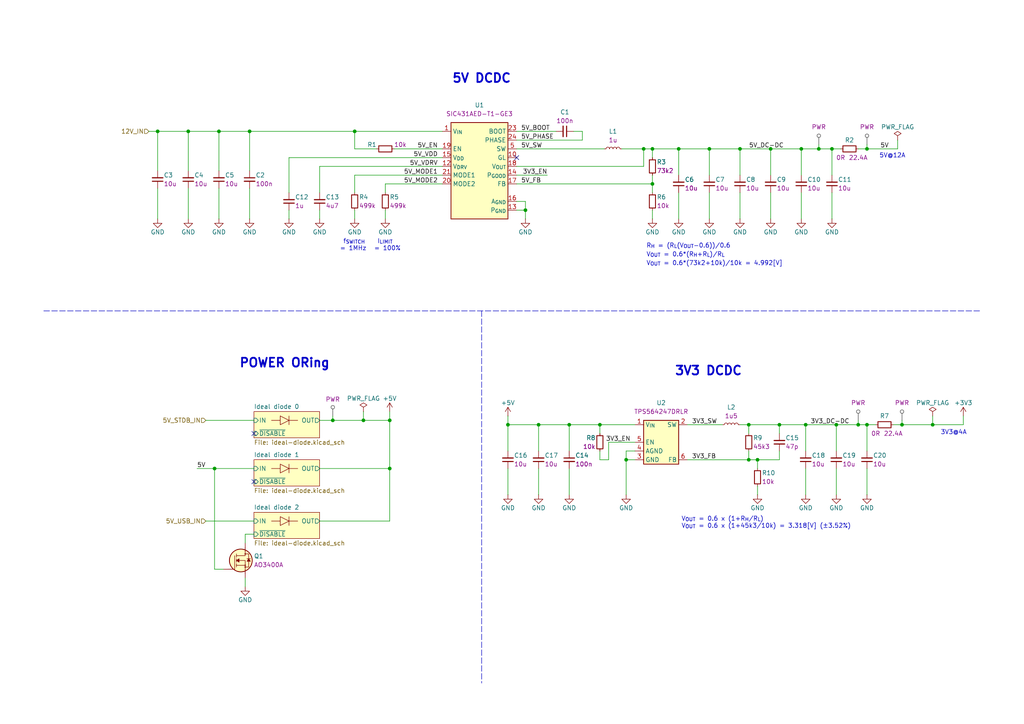
<source format=kicad_sch>
(kicad_sch (version 20250114) (generator "eeschema") (generator_version "9.0")
  (paper "A4")
  (title_block (title "ModuCard CM5 module") (date "2025-07-05") (rev "1.0.0") (company "KoNaR") (comment 1 "Project author: Dominik Pluta"))
  (text "POWER ORing" (at 82.55 105.41 0) (effects (font (size 2.54 2.54) (bold yes))))
  (text "3V3 DCDC" (at 205.486 107.696 0) (effects (font (size 2.54 2.54) (bold yes))))
  (text "V_{OUT} = 0.6 x (1+R_{H}/R_{L})\nV_{OUT} = 0.6 x (1+45k3/10k) = 3.318[V] (±3.52%)" (at 197.612 151.638 0) (effects (font (size 1.27 1.27)) (justify left)))
  (text "V_{OUT} = 0.6*(R_{H}+R_{L})/R_{L}\n" (at 187.452 74.676 0) (effects (font (size 1.27 1.27)) (justify left bottom)))
  (text " f_{SWITCH}\n= 1MHz" (at 98.552 72.898 0) (effects (font (size 1.27 1.27)) (justify left bottom)))
  (text "R_{H} = (R_{L}(V_{OUT}-0.6))/0.6\n" (at 187.452 72.136 0) (effects (font (size 1.27 1.27)) (justify left bottom)))
  (text "V_{OUT} = 0.6*(73k2+10k)/10k = 4.992[V]" (at 187.452 77.216 0) (effects (font (size 1.27 1.27)) (justify left bottom)))
  (text "5V DCDC" (at 139.7 22.86 0) (effects (font (size 2.54 2.54) (bold yes))))
  (text "3V3@4A\n" (at 272.796 126.238 0) (effects (font (size 1.27 1.27)) (justify left bottom)))
  (text "5V@12A\n" (at 255.016 45.974 0) (effects (font (size 1.27 1.27)) (justify left bottom)))
  (text " I_{LIMIT}\n= 100%" (exclude_from_sim yes) (at 108.458 72.898 0) (effects (font (size 1.27 1.27)) (justify left bottom)))
  (junction (at 196.85 43.18))
  (junction (at 165.1 123.19))
  (junction (at 181.61 133.35))
  (junction (at 152.4 60.96))
  (junction (at 223.52 43.18))
  (junction (at 242.57 123.19))
  (junction (at 54.61 38.1))
  (junction (at 156.21 123.19))
  (junction (at 261.62 123.19))
  (junction (at 189.23 53.34))
  (junction (at 237.49 43.18))
  (junction (at 113.03 121.92))
  (junction (at 186.69 43.18))
  (junction (at 226.06 123.19))
  (junction (at 248.92 123.19))
  (junction (at 217.17 123.19))
  (junction (at 233.68 123.19))
  (junction (at 251.46 123.19))
  (junction (at 241.3 43.18))
  (junction (at 217.17 133.35))
  (junction (at 102.87 38.1))
  (junction (at 270.51 123.19))
  (junction (at 232.41 43.18))
  (junction (at 96.52 121.92))
  (junction (at 214.63 43.18))
  (junction (at 173.99 123.19))
  (junction (at 205.74 43.18))
  (junction (at 251.46 43.18))
  (junction (at 45.72 38.1))
  (junction (at 63.5 38.1))
  (junction (at 189.23 43.18))
  (junction (at 147.32 123.19))
  (junction (at 72.39 38.1))
  (junction (at 219.71 133.35))
  (junction (at 62.23 135.89))
  (junction (at 113.03 135.89))
  (junction (at 105.41 121.92))
  (no_connect (at 149.86 45.72))
  (no_connect (at 73.66 125.73))
  (no_connect (at 73.66 139.7))
  (wire (pts (xy 261.62 123.19) (xy 270.51 123.19)))
  (wire (pts (xy 149.86 48.26) (xy 186.69 48.26)))
  (wire (pts (xy 152.4 60.96) (xy 152.4 63.5)))
  (wire (pts (xy 248.92 121.92) (xy 248.92 123.19)))
  (wire (pts (xy 57.15 135.89) (xy 62.23 135.89)))
  (wire (pts (xy 152.4 58.42) (xy 152.4 60.96)))
  (polyline (pts (xy 86.36 121.92) (xy 83.82 121.92)) (stroke (width 0) (type solid) (color 132 0 0 1)))
  (wire (pts (xy 45.72 38.1) (xy 54.61 38.1)))
  (wire (pts (xy 189.23 43.18) (xy 196.85 43.18)))
  (wire (pts (xy 186.69 43.18) (xy 189.23 43.18)))
  (wire (pts (xy 62.23 135.89) (xy 73.66 135.89)))
  (wire (pts (xy 173.99 123.19) (xy 184.15 123.19)))
  (wire (pts (xy 226.06 123.19) (xy 226.06 125.73)))
  (wire (pts (xy 261.62 121.92) (xy 261.62 123.19)))
  (wire (pts (xy 62.23 165.1) (xy 62.23 135.89)))
  (wire (pts (xy 83.82 60.96) (xy 83.82 63.5)))
  (wire (pts (xy 196.85 55.88) (xy 196.85 63.5)))
  (wire (pts (xy 149.86 40.64) (xy 168.91 40.64)))
  (wire (pts (xy 214.63 43.18) (xy 214.63 50.8)))
  (polyline (pts (xy 81.28 134.62) (xy 83.82 135.89)) (stroke (width 0) (type solid) (color 132 0 0 1)))
  (wire (pts (xy 176.53 128.27) (xy 184.15 128.27)))
  (wire (pts (xy 105.41 119.38) (xy 105.41 121.92)))
  (wire (pts (xy 251.46 43.18) (xy 260.35 43.18)))
  (wire (pts (xy 242.57 123.19) (xy 233.68 123.19)))
  (wire (pts (xy 54.61 38.1) (xy 63.5 38.1)))
  (wire (pts (xy 205.74 55.88) (xy 205.74 63.5)))
  (wire (pts (xy 102.87 43.18) (xy 109.22 43.18)))
  (wire (pts (xy 226.06 133.35) (xy 219.71 133.35)))
  (wire (pts (xy 113.03 121.92) (xy 113.03 135.89)))
  (polyline (pts (xy 81.28 120.65) (xy 81.28 123.19)) (stroke (width 0) (type solid) (color 132 0 0 1)))
  (wire (pts (xy 71.12 167.64) (xy 71.12 170.18)))
  (wire (pts (xy 147.32 123.19) (xy 156.21 123.19)))
  (polyline (pts (xy 81.28 135.89) (xy 78.74 135.89)) (stroke (width 0) (type solid) (color 132 0 0 1)))
  (wire (pts (xy 71.12 157.48) (xy 71.12 154.94)))
  (wire (pts (xy 199.39 133.35) (xy 217.17 133.35)))
  (wire (pts (xy 156.21 135.89) (xy 156.21 143.51)))
  (wire (pts (xy 102.87 38.1) (xy 128.27 38.1)))
  (wire (pts (xy 147.32 120.65) (xy 147.32 123.19)))
  (wire (pts (xy 181.61 133.35) (xy 184.15 133.35)))
  (wire (pts (xy 111.76 55.88) (xy 111.76 53.34)))
  (wire (pts (xy 181.61 133.35) (xy 181.61 143.51)))
  (polyline (pts (xy 86.36 135.89) (xy 83.82 135.89)) (stroke (width 0) (type solid) (color 132 0 0 1)))
  (wire (pts (xy 233.68 123.19) (xy 233.68 130.81)))
  (polyline (pts (xy 81.28 152.4) (xy 83.82 151.13)) (stroke (width 0) (type solid) (color 132 0 0 1)))
  (wire (pts (xy 219.71 133.35) (xy 219.71 135.89)))
  (wire (pts (xy 92.71 151.13) (xy 113.03 151.13)))
  (wire (pts (xy 72.39 38.1) (xy 102.87 38.1)))
  (wire (pts (xy 149.86 38.1) (xy 161.29 38.1)))
  (wire (pts (xy 45.72 38.1) (xy 45.72 49.53)))
  (polyline (pts (xy 81.28 149.86) (xy 81.28 152.4)) (stroke (width 0) (type solid) (color 132 0 0 1)))
  (wire (pts (xy 196.85 50.8) (xy 196.85 43.18)))
  (wire (pts (xy 242.57 135.89) (xy 242.57 143.51)))
  (wire (pts (xy 114.3 43.18) (xy 128.27 43.18)))
  (wire (pts (xy 113.03 119.38) (xy 113.03 121.92)))
  (wire (pts (xy 232.41 43.18) (xy 237.49 43.18)))
  (wire (pts (xy 241.3 55.88) (xy 241.3 63.5)))
  (wire (pts (xy 279.4 120.65) (xy 279.4 123.19)))
  (wire (pts (xy 92.71 121.92) (xy 96.52 121.92)))
  (wire (pts (xy 83.82 45.72) (xy 128.27 45.72)))
  (wire (pts (xy 71.12 154.94) (xy 73.66 154.94)))
  (wire (pts (xy 189.23 43.18) (xy 189.23 45.72)))
  (wire (pts (xy 217.17 123.19) (xy 217.17 125.73)))
  (wire (pts (xy 165.1 123.19) (xy 165.1 130.81)))
  (wire (pts (xy 199.39 123.19) (xy 209.55 123.19)))
  (wire (pts (xy 189.23 50.8) (xy 189.23 53.34)))
  (wire (pts (xy 241.3 43.18) (xy 241.3 50.8)))
  (wire (pts (xy 149.86 53.34) (xy 189.23 53.34)))
  (wire (pts (xy 232.41 43.18) (xy 232.41 50.8)))
  (wire (pts (xy 251.46 123.19) (xy 251.46 130.81)))
  (wire (pts (xy 165.1 123.19) (xy 156.21 123.19)))
  (wire (pts (xy 149.86 50.8) (xy 158.75 50.8)))
  (wire (pts (xy 173.99 125.73) (xy 173.99 123.19)))
  (wire (pts (xy 102.87 50.8) (xy 102.87 55.88)))
  (wire (pts (xy 248.92 123.19) (xy 242.57 123.19)))
  (wire (pts (xy 147.32 123.19) (xy 147.32 130.81)))
  (polyline (pts (xy 81.28 123.19) (xy 83.82 121.92)) (stroke (width 0) (type solid) (color 132 0 0 1)))
  (wire (pts (xy 96.52 120.65) (xy 96.52 121.92)))
  (wire (pts (xy 242.57 123.19) (xy 242.57 130.81)))
  (wire (pts (xy 233.68 135.89) (xy 233.68 143.51)))
  (wire (pts (xy 184.15 130.81) (xy 181.61 130.81)))
  (wire (pts (xy 54.61 54.61) (xy 54.61 63.5)))
  (wire (pts (xy 149.86 43.18) (xy 175.26 43.18)))
  (wire (pts (xy 214.63 43.18) (xy 223.52 43.18)))
  (wire (pts (xy 180.34 43.18) (xy 186.69 43.18)))
  (wire (pts (xy 72.39 38.1) (xy 72.39 49.53)))
  (wire (pts (xy 259.08 123.19) (xy 261.62 123.19)))
  (wire (pts (xy 237.49 41.91) (xy 237.49 43.18)))
  (wire (pts (xy 102.87 60.96) (xy 102.87 63.5)))
  (wire (pts (xy 149.86 58.42) (xy 152.4 58.42)))
  (polyline (pts (xy 12.7 90.17) (xy 284.48 90.17)) (stroke (width 0) (type dash)))
  (wire (pts (xy 251.46 41.91) (xy 251.46 43.18)))
  (polyline (pts (xy 83.82 149.86) (xy 83.82 152.4)) (stroke (width 0) (type solid) (color 132 0 0 1)))
  (wire (pts (xy 63.5 38.1) (xy 63.5 49.53)))
  (wire (pts (xy 237.49 43.18) (xy 241.3 43.18)))
  (polyline (pts (xy 83.82 120.65) (xy 83.82 123.19)) (stroke (width 0) (type solid) (color 132 0 0 1)))
  (polyline (pts (xy 81.28 121.92) (xy 78.74 121.92)) (stroke (width 0) (type solid) (color 132 0 0 1)))
  (wire (pts (xy 223.52 43.18) (xy 232.41 43.18)))
  (wire (pts (xy 173.99 133.35) (xy 176.53 133.35)))
  (polyline (pts (xy 139.7 90.17) (xy 139.7 198.12)) (stroke (width 0) (type dash)))
  (wire (pts (xy 214.63 55.88) (xy 214.63 63.5)))
  (polyline (pts (xy 81.28 137.16) (xy 83.82 135.89)) (stroke (width 0) (type solid) (color 132 0 0 1)))
  (wire (pts (xy 165.1 123.19) (xy 173.99 123.19)))
  (polyline (pts (xy 86.36 151.13) (xy 83.82 151.13)) (stroke (width 0) (type solid) (color 132 0 0 1)))
  (wire (pts (xy 189.23 55.88) (xy 189.23 53.34)))
  (polyline (pts (xy 81.28 134.62) (xy 81.28 137.16)) (stroke (width 0) (type solid) (color 132 0 0 1)))
  (wire (pts (xy 63.5 54.61) (xy 63.5 63.5)))
  (wire (pts (xy 214.63 123.19) (xy 217.17 123.19)))
  (wire (pts (xy 102.87 50.8) (xy 128.27 50.8)))
  (wire (pts (xy 173.99 130.81) (xy 173.99 133.35)))
  (wire (pts (xy 111.76 53.34) (xy 128.27 53.34)))
  (polyline (pts (xy 81.28 151.13) (xy 78.74 151.13)) (stroke (width 0) (type solid) (color 132 0 0 1)))
  (wire (pts (xy 113.03 121.92) (xy 105.41 121.92)))
  (wire (pts (xy 54.61 38.1) (xy 54.61 49.53)))
  (wire (pts (xy 189.23 63.5) (xy 189.23 60.96)))
  (wire (pts (xy 59.69 121.92) (xy 73.66 121.92)))
  (wire (pts (xy 45.72 54.61) (xy 45.72 63.5)))
  (wire (pts (xy 102.87 38.1) (xy 102.87 43.18)))
  (wire (pts (xy 232.41 55.88) (xy 232.41 63.5)))
  (wire (pts (xy 223.52 55.88) (xy 223.52 63.5)))
  (wire (pts (xy 59.69 151.13) (xy 73.66 151.13)))
  (wire (pts (xy 217.17 130.81) (xy 217.17 133.35)))
  (wire (pts (xy 43.18 38.1) (xy 45.72 38.1)))
  (wire (pts (xy 92.71 48.26) (xy 92.71 55.88)))
  (wire (pts (xy 181.61 130.81) (xy 181.61 133.35)))
  (wire (pts (xy 248.92 43.18) (xy 251.46 43.18)))
  (wire (pts (xy 226.06 123.19) (xy 233.68 123.19)))
  (wire (pts (xy 149.86 60.96) (xy 152.4 60.96)))
  (wire (pts (xy 260.35 40.64) (xy 260.35 43.18)))
  (wire (pts (xy 96.52 121.92) (xy 105.41 121.92)))
  (wire (pts (xy 92.71 48.26) (xy 128.27 48.26)))
  (polyline (pts (xy 83.82 134.62) (xy 83.82 137.16)) (stroke (width 0) (type solid) (color 132 0 0 1)))
  (wire (pts (xy 241.3 43.18) (xy 243.84 43.18)))
  (wire (pts (xy 251.46 135.89) (xy 251.46 143.51)))
  (wire (pts (xy 186.69 43.18) (xy 186.69 48.26)))
  (wire (pts (xy 165.1 135.89) (xy 165.1 143.51)))
  (wire (pts (xy 219.71 133.35) (xy 217.17 133.35)))
  (wire (pts (xy 168.91 40.64) (xy 168.91 38.1)))
  (wire (pts (xy 92.71 135.89) (xy 113.03 135.89)))
  (wire (pts (xy 251.46 123.19) (xy 254 123.19)))
  (wire (pts (xy 72.39 54.61) (xy 72.39 63.5)))
  (wire (pts (xy 168.91 38.1) (xy 166.37 38.1)))
  (wire (pts (xy 219.71 143.51) (xy 219.71 140.97)))
  (wire (pts (xy 176.53 133.35) (xy 176.53 128.27)))
  (wire (pts (xy 251.46 123.19) (xy 248.92 123.19)))
  (wire (pts (xy 147.32 135.89) (xy 147.32 143.51)))
  (wire (pts (xy 217.17 123.19) (xy 226.06 123.19)))
  (polyline (pts (xy 81.28 149.86) (xy 83.82 151.13)) (stroke (width 0) (type solid) (color 132 0 0 1)))
  (wire (pts (xy 205.74 43.18) (xy 205.74 50.8)))
  (wire (pts (xy 83.82 45.72) (xy 83.82 55.88)))
  (wire (pts (xy 223.52 43.18) (xy 223.52 50.8)))
  (wire (pts (xy 226.06 130.81) (xy 226.06 133.35)))
  (wire (pts (xy 270.51 120.65) (xy 270.51 123.19)))
  (polyline (pts (xy 81.28 120.65) (xy 83.82 121.92)) (stroke (width 0) (type solid) (color 132 0 0 1)))
  (wire (pts (xy 92.71 60.96) (xy 92.71 63.5)))
  (wire (pts (xy 279.4 123.19) (xy 270.51 123.19)))
  (wire (pts (xy 111.76 63.5) (xy 111.76 60.96)))
  (wire (pts (xy 63.5 38.1) (xy 72.39 38.1)))
  (wire (pts (xy 64.77 165.1) (xy 62.23 165.1)))
  (wire (pts (xy 196.85 43.18) (xy 205.74 43.18)))
  (wire (pts (xy 113.03 135.89) (xy 113.03 151.13)))
  (wire (pts (xy 156.21 123.19) (xy 156.21 130.81)))
  (wire (pts (xy 205.74 43.18) (xy 214.63 43.18)))
  (label "5V_FB" (at 151.13 53.34 0))
  (label "3V3_FB" (at 200.66 133.35 0))
  (label "3V3_DC-DC" (at 246.38 123.19 180))
  (label "5V_SW" (at 151.13 43.18 0))
  (label "5V_VDRV" (at 127 48.26 180))
  (label "5V_MODE2" (at 127 53.34 180))
  (label "3V3_SW" (at 200.66 123.19 0))
  (label "5V_DC-DC" (at 227.33 43.18 180))
  (label "3V3_EN" (at 158.75 50.8 180))
  (label "5V_EN" (at 127 43.18 180))
  (label "5V_PHASE" (at 151.13 40.64 0))
  (label "5V_BOOT" (at 151.13 38.1 0))
  (label "3V3_EN" (at 182.88 128.27 180))
  (label "5V_VDD" (at 127 45.72 180))
  (label "5V_MODE1" (at 127 50.8 180))
  (label "5V" (at 57.15 135.89 0))
  (label "5V" (at 257.81 43.18 180))
  (hierarchical_label "12V_IN" (shape input) (at 43.18 38.1 180))
  (hierarchical_label "5V_USB_IN" (shape input) (at 59.69 151.13 180))
  (hierarchical_label "5V_STDB_IN" (shape input) (at 59.69 121.92 180))
  (netclass_flag "" (length 2.54) (shape round) (at 96.52 120.65 0) (property "Netclass" "PWR" (at 96.52 115.824 0)))
  (netclass_flag "" (length 2.54) (shape round) (at 237.49 41.91 0) (property "Netclass" "PWR" (at 237.49 36.83 0)))
  (netclass_flag "" (length 2.54) (shape round) (at 261.62 121.92 0) (property "Netclass" "PWR" (at 261.62 116.84 0)))
  (netclass_flag "" (length 2.54) (shape round) (at 251.46 41.91 0) (property "Netclass" "PWR" (at 251.46 36.83 0)))
  (netclass_flag "" (length 2.54) (shape round) (at 248.92 121.92 0) (property "Netclass" "PWR" (at 248.92 116.84 0)))
  (symbol (lib_id "DW-resistors:R-10k-0402") (at 173.99 130.81 270) (mirror x) (unit 1)
    (property "Reference" "R8" (at 172.72 127 90) (effects (justify right)))
    (property "Value" "R-10k-0402" (effects (hide yes)))
    (property "Footprint" "DW-footprints:R_0402_1005Metric" (effects (hide yes)))
    (property "Datasheet" "https://lcsc.com/datasheet/lcsc_datasheet_2411221126_UNI-ROYAL-Uniroyal-Elec-0402WGF1002TCE_C25744.pdf" (effects (hide yes)))
    (property "Description" "62.5mW Thick Film Resistor 50V ±100ppm/℃ ±1% 10kΩ 0402 Chip Resistor - Surface Mount ROHS" (effects (hide yes)))
    (property "Manufacturer" "UNI-ROYAL(Uniroyal Elec)" (effects (hide yes)))
    (property "MPN" "0402WGF1002TCE" (effects (hide yes)))
    (property "LCSC" "C25744" (effects (hide yes)))
    (property "Val" "10k" (at 172.72 129.54 90) (effects (justify right)))
    (property "Tolerance" "1%" (effects (hide yes)))
  )
  (symbol (lib_id "DW-power-symbols:GND") (at 102.87 63.5 0) (unit 1)
    (property "Reference" "#PWR023" (effects (hide yes)))
    (property "Value" "GND" (at 102.87 67.31 0))
    (property "Description" "Power symbol creates a global label with name \"GND\" , ground" (effects (hide yes)))
  )
  (symbol (lib_id "DW-capacitors:C-10u-0603") (at 205.74 55.88 90) (unit 1)
    (property "Reference" "C7" (at 207.518 52.07 90) (effects (justify right)))
    (property "Value" "C-10u-0603" (effects (hide yes)))
    (property "Footprint" "DW-footprints:C_0603_1608Metric" (effects (hide yes)))
    (property "Datasheet" "https://www.lcsc.com/datasheet/C96446.pdf" (effects (hide yes)))
    (property "Description" "25V 10uF X5R ±20% 0603 Multilayer Ceramic Capacitors MLCC - SMD/SMT ROHS" (effects (hide yes)))
    (property "Manufacturer" "Samsung Electro-Mechanics" (effects (hide yes)))
    (property "MPN" "CL10A106MA8NRNC" (effects (hide yes)))
    (property "LCSC" "C96446" (effects (hide yes)))
    (property "Val" "10u" (at 207.518 54.61 90) (effects (justify right)))
    (property "Tolerance" "20%" (effects (hide yes)))
    (property "Voltage" "25V" (effects (hide yes)))
    (property "Dielectric" "X5R" (effects (hide yes)))
  )
  (symbol (lib_id "DW-power-symbols:GND") (at 111.76 63.5 0) (unit 1)
    (property "Reference" "#PWR024" (effects (hide yes)))
    (property "Value" "GND" (at 111.76 67.31 0))
    (property "Description" "Power symbol creates a global label with name \"GND\" , ground" (effects (hide yes)))
  )
  (symbol (lib_id "DW-power-symbols:GND") (at 232.41 63.5 0) (unit 1)
    (property "Reference" "#PWR031" (effects (hide yes)))
    (property "Value" "GND" (at 232.41 67.31 0))
    (property "Description" "Power symbol creates a global label with name \"GND\" , ground" (effects (hide yes)))
  )
  (symbol (lib_id "DW-power-symbols:GND") (at 242.57 143.51 0) (unit 1)
    (property "Reference" "#PWR042" (effects (hide yes)))
    (property "Value" "GND" (at 242.57 147.32 0))
    (property "Description" "Power symbol creates a global label with name \"GND\" , ground" (effects (hide yes)))
  )
  (symbol (lib_id "DW-resistors:R-0R-22.4A-0603") (at 254 123.19 0) (unit 1)
    (property "Reference" "R7" (at 256.54 120.65 0))
    (property "Value" "R-0R-22.4A-0603" (effects (hide yes)))
    (property "Footprint" "DW-footprints:R_0603_1608Metric" (effects (hide yes)))
    (property "Datasheet" "https://www.lcsc.com/datasheet/C253507.pdf" (effects (hide yes)))
    (property "Description" "250mW 0Ω (0.5mΩ max) Thick Film Resistor 0603 Chip Resistor - Surface Mount ROHS" (effects (hide yes)))
    (property "Manufacturer" "ROHM" (effects (hide yes)))
    (property "MPN" "PMR03EZPJ000" (effects (hide yes)))
    (property "LCSC" "C253507" (effects (hide yes)))
    (property "Val" "0R" (at 254 125.73 0))
    (property "Max current" "22.4A" (at 259.08 125.73 0))
    (property "Tolerance" "Tolerance" (effects (hide yes)))
  )
  (symbol (lib_id "DW-power-symbols:GND") (at 214.63 63.5 0) (unit 1)
    (property "Reference" "#PWR029" (effects (hide yes)))
    (property "Value" "GND" (at 214.63 67.31 0))
    (property "Description" "Power symbol creates a global label with name \"GND\" , ground" (effects (hide yes)))
  )
  (symbol (lib_id "DW-inductors:L-1u-20A-CJiang-FEXL0650A") (at 175.26 43.18 0) (unit 1)
    (property "Reference" "L1" (at 177.8 38.1 0))
    (property "Value" "L-1u-20A-CJiang-FEXL0650A" (effects (hide yes)))
    (property "Footprint" "DW-footprints:L-CJiang-FEXL0650A" (effects (hide yes)))
    (property "Datasheet" "https://www.lcsc.com/datasheet/C5378532.pdf" (effects (hide yes)))
    (property "Description" "20A 1uH ±20% 23A SMD,6.4x6.6mm Power Inductors ROHS" (effects (hide yes)))
    (property "Manufacturer" "CJiang" (effects (hide yes)))
    (property "MPN" "FEXL0650A-1R0M" (effects (hide yes)))
    (property "LCSC" "C5378532" (effects (hide yes)))
    (property "Val" "1u" (at 177.8 40.64 0))
    (property "Tolerance" "20%" (effects (hide yes)))
    (property "Irms" "20A" (effects (hide yes)))
    (property "Isat" "23A" (effects (hide yes)))
    (property "DCR" "4.52mΩ" (effects (hide yes)))
    (property "Size (W x L x H)" "6.6 x 6.4 x 4.8mm" (effects (hide yes)))
  )
  (symbol (lib_id "DW-resistors:R-10k-0402") (at 189.23 60.96 90) (unit 1)
    (property "Reference" "R6" (at 190.5 57.15 90) (effects (justify right)))
    (property "Value" "R-10k-0402" (effects (hide yes)))
    (property "Footprint" "DW-footprints:R_0402_1005Metric" (effects (hide yes)))
    (property "Datasheet" "https://lcsc.com/datasheet/lcsc_datasheet_2411221126_UNI-ROYAL-Uniroyal-Elec-0402WGF1002TCE_C25744.pdf" (effects (hide yes)))
    (property "Description" "62.5mW Thick Film Resistor 50V ±100ppm/℃ ±1% 10kΩ 0402 Chip Resistor - Surface Mount ROHS" (effects (hide yes)))
    (property "Manufacturer" "UNI-ROYAL(Uniroyal Elec)" (effects (hide yes)))
    (property "MPN" "0402WGF1002TCE" (effects (hide yes)))
    (property "LCSC" "C25744" (effects (hide yes)))
    (property "Val" "10k" (at 190.5 59.69 90) (effects (justify right)))
    (property "Tolerance" "1%" (effects (hide yes)))
  )
  (symbol (lib_id "DW-capacitors:C-10u-0603") (at 232.41 55.88 90) (unit 1)
    (property "Reference" "C10" (at 234.188 52.07 90) (effects (justify right)))
    (property "Value" "C-10u-0603" (effects (hide yes)))
    (property "Footprint" "DW-footprints:C_0603_1608Metric" (effects (hide yes)))
    (property "Datasheet" "https://www.lcsc.com/datasheet/C96446.pdf" (effects (hide yes)))
    (property "Description" "25V 10uF X5R ±20% 0603 Multilayer Ceramic Capacitors MLCC - SMD/SMT ROHS" (effects (hide yes)))
    (property "Manufacturer" "Samsung Electro-Mechanics" (effects (hide yes)))
    (property "MPN" "CL10A106MA8NRNC" (effects (hide yes)))
    (property "LCSC" "C96446" (effects (hide yes)))
    (property "Val" "10u" (at 234.188 54.61 90) (effects (justify right)))
    (property "Tolerance" "20%" (effects (hide yes)))
    (property "Voltage" "25V" (effects (hide yes)))
    (property "Dielectric" "X5R" (effects (hide yes)))
  )
  (symbol (lib_id "DW-resistors:R-499k-0402") (at 111.76 60.96 90) (unit 1)
    (property "Reference" "R5" (at 113.03 57.15 90) (effects (justify right)))
    (property "Value" "R-499k-0402" (effects (hide yes)))
    (property "Footprint" "DW-footprints:R_0402_1005Metric" (effects (hide yes)))
    (property "Datasheet" "https://www.lcsc.com/datasheet/C25793.pdf" (effects (hide yes)))
    (property "Description" "62.5mW Thick Film Resistor 50V ±100ppm/℃ ±1% 499kΩ 0402 Chip Resistor - Surface Mount ROHS" (effects (hide yes)))
    (property "Manufacturer" "UNI-ROYAL(Uniroyal Elec)" (effects (hide yes)))
    (property "MPN" "0402WGF4993TCE" (effects (hide yes)))
    (property "LCSC" "C25793" (effects (hide yes)))
    (property "Val" "499k" (at 113.03 59.69 90) (effects (justify right)))
    (property "Tolerance" "1%" (effects (hide yes)))
  )
  (symbol (lib_id "DW-power-symbols:GND") (at 72.39 63.5 0) (unit 1)
    (property "Reference" "#PWR020" (effects (hide yes)))
    (property "Value" "GND" (at 72.39 67.31 0))
    (property "Description" "Power symbol creates a global label with name \"GND\" , ground" (effects (hide yes)))
  )
  (symbol (lib_id "DW-capacitors:C-47p-0402") (at 226.06 130.81 90) (unit 1)
    (property "Reference" "C15" (at 227.838 127 90) (effects (justify right)))
    (property "Value" "C-47p-0402" (effects (hide yes)))
    (property "Footprint" "DW-footprints:C_0402_1005Metric" (effects (hide yes)))
    (property "Datasheet" "https://lcsc.com/datasheet/lcsc_datasheet_2411220213_FH-0402CG470J500NT_C1567.pdf" (effects (hide yes)))
    (property "Description" "50V 47pF C0G ±5% 0402 Multilayer Ceramic Capacitors MLCC - SMD/SMT ROHS" (effects (hide yes)))
    (property "Manufacturer" "FH" (effects (hide yes)))
    (property "MPN" "0402CG470J500NT" (effects (hide yes)))
    (property "LCSC" "C1567" (effects (hide yes)))
    (property "Val" "47p" (at 227.838 129.54 90) (effects (justify right)))
    (property "Tolerance" "5%" (effects (hide yes)))
    (property "Voltage" "50V" (effects (hide yes)))
    (property "Dielectric" "C0G" (effects (hide yes)))
  )
  (symbol (lib_id "DW-resistors:R-73k2-0402") (at 189.23 45.72 270) (unit 1)
    (property "Reference" "R3" (at 190.5 46.99 90) (effects (justify left)))
    (property "Value" "R-73k2-0402" (effects (hide yes)))
    (property "Footprint" "DW-footprints:R_0402_1005Metric" (effects (hide yes)))
    (property "Datasheet" "https://www.lcsc.com/datasheet/C26986.pdf" (effects (hide yes)))
    (property "Description" "62.5mW Thick Film Resistor 50V ±100ppm/℃ ±1% 73.2kΩ 0402 Chip Resistor - Surface Mount ROHS" (effects (hide yes)))
    (property "Manufacturer" "UNI-ROYAL(Uniroyal Elec)" (effects (hide yes)))
    (property "MPN" "0402WGF7322TCE" (effects (hide yes)))
    (property "LCSC" "C26986" (effects (hide yes)))
    (property "Val" "73k2" (at 190.5 49.53 90) (effects (justify left)))
    (property "Tolerance" "1%" (effects (hide yes)))
  )
  (symbol (lib_id "DW-transistors:AO3400A") (at 64.77 165.1 0) (unit 1)
    (property "Reference" "Q1" (at 73.66 161.29 0) (effects (justify left)))
    (property "Value" "AO3400A" (effects (hide yes)))
    (property "Footprint" "DW-footprints:SOT-23-3" (effects (hide yes)))
    (property "Datasheet" "https://www.lcsc.com/datasheet/C20917.pdf" (effects (hide yes)))
    (property "Description" "30V 48mΩ@2.5V 1.45V@250uA SOT-23-3L MOSFETs ROHS" (effects (hide yes)))
    (property "Manufacturer" "AOS" (effects (hide yes)))
    (property "MPN" "AO3400A" (at 73.66 163.83 0) (effects (justify left)))
    (property "LCSC" "C20917" (effects (hide yes)))
    (property "Id" "5.7A" (effects (hide yes)))
    (property "Vds" "30V" (effects (hide yes)))
    (property "Vgs" "12V" (effects (hide yes)))
    (property "Rds(on)" "26.5mΩ" (effects (hide yes)))
  )
  (symbol (lib_id "DW-power-symbols:PWR_FLAG") (at 105.41 119.38 0) (unit 1)
    (property "Reference" "#FLG05" (effects (hide yes)))
    (property "Value" "PWR_FLAG" (at 105.41 115.57 0))
    (property "Description" "Special symbol for telling ERC where power comes from" (effects (hide yes)))
  )
  (symbol (lib_id "DW-power-symbols:GND") (at 241.3 63.5 0) (unit 1)
    (property "Reference" "#PWR032" (effects (hide yes)))
    (property "Value" "GND" (at 241.3 67.31 0))
    (property "Description" "Power symbol creates a global label with name \"GND\" , ground" (effects (hide yes)))
  )
  (symbol (lib_id "DW-power-symbols:PWR_FLAG") (at 260.35 40.64 0) (unit 1)
    (property "Reference" "#FLG04" (effects (hide yes)))
    (property "Value" "PWR_FLAG" (at 260.35 36.83 0))
    (property "Description" "Special symbol for telling ERC where power comes from" (effects (hide yes)))
  )
  (symbol (lib_id "DW-power-symbols:GND") (at 223.52 63.5 0) (unit 1)
    (property "Reference" "#PWR030" (effects (hide yes)))
    (property "Value" "GND" (at 223.52 67.31 0))
    (property "Description" "Power symbol creates a global label with name \"GND\" , ground" (effects (hide yes)))
  )
  (symbol (lib_id "DW-power-symbols:GND") (at 92.71 63.5 0) (unit 1)
    (property "Reference" "#PWR022" (effects (hide yes)))
    (property "Value" "GND" (at 92.71 67.31 0))
    (property "Description" "Power symbol creates a global label with name \"GND\" , ground" (effects (hide yes)))
  )
  (symbol (lib_id "DW-inductors:L-1u5-6.5A-CJiang-FTC404030S") (at 209.55 123.19 0) (unit 1)
    (property "Reference" "L2" (at 212.09 118.11 0))
    (property "Value" "L-1u5-6.5A-CJiang-FTC404030S" (effects (hide yes)))
    (property "Footprint" "DW-footprints:L-CJiang-FTC404030S" (effects (hide yes)))
    (property "Datasheet" "https://www.lcsc.com/datasheet/C39676080.pdf" (effects (hide yes)))
    (property "Description" "6.5A 1.5uH ±20% 12.5A SMD,4.1x4.1mm Power Inductors ROHS" (effects (hide yes)))
    (property "Manufacturer" "CJiang" (effects (hide yes)))
    (property "MPN" "FTC404030S1R5MGCA" (effects (hide yes)))
    (property "LCSC" "C39676080" (effects (hide yes)))
    (property "Val" "1u5" (at 212.09 120.65 0))
    (property "Tolerance" "20%" (effects (hide yes)))
    (property "Irms" "6.5A" (effects (hide yes)))
    (property "Isat" "12.5A" (effects (hide yes)))
    (property "DCR" "18mΩ" (effects (hide yes)))
    (property "Size (W x L x H)" "4.1 x 4.1 x 3mm" (effects (hide yes)))
  )
  (symbol (lib_id "DW-capacitors:C-10u-0603") (at 214.63 55.88 90) (unit 1)
    (property "Reference" "C8" (at 216.408 52.07 90) (effects (justify right)))
    (property "Value" "C-10u-0603" (effects (hide yes)))
    (property "Footprint" "DW-footprints:C_0603_1608Metric" (effects (hide yes)))
    (property "Datasheet" "https://www.lcsc.com/datasheet/C96446.pdf" (effects (hide yes)))
    (property "Description" "25V 10uF X5R ±20% 0603 Multilayer Ceramic Capacitors MLCC - SMD/SMT ROHS" (effects (hide yes)))
    (property "Manufacturer" "Samsung Electro-Mechanics" (effects (hide yes)))
    (property "MPN" "CL10A106MA8NRNC" (effects (hide yes)))
    (property "LCSC" "C96446" (effects (hide yes)))
    (property "Val" "10u" (at 216.408 54.61 90) (effects (justify right)))
    (property "Tolerance" "20%" (effects (hide yes)))
    (property "Voltage" "25V" (effects (hide yes)))
    (property "Dielectric" "X5R" (effects (hide yes)))
  )
  (symbol (lib_id "DW-capacitors:C-10u-0603") (at 45.72 54.61 90) (unit 1)
    (property "Reference" "C3" (at 47.498 50.8 90) (effects (justify right)))
    (property "Value" "C-10u-0603" (effects (hide yes)))
    (property "Footprint" "DW-footprints:C_0603_1608Metric" (effects (hide yes)))
    (property "Datasheet" "https://www.lcsc.com/datasheet/C96446.pdf" (effects (hide yes)))
    (property "Description" "25V 10uF X5R ±20% 0603 Multilayer Ceramic Capacitors MLCC - SMD/SMT ROHS" (effects (hide yes)))
    (property "Manufacturer" "Samsung Electro-Mechanics" (effects (hide yes)))
    (property "MPN" "CL10A106MA8NRNC" (effects (hide yes)))
    (property "LCSC" "C96446" (effects (hide yes)))
    (property "Val" "10u" (at 47.498 53.34 90) (effects (justify right)))
    (property "Tolerance" "20%" (effects (hide yes)))
    (property "Voltage" "25V" (effects (hide yes)))
    (property "Dielectric" "X5R" (effects (hide yes)))
  )
  (symbol (lib_id "DW-capacitors:C-100n-0402") (at 165.1 130.81 270) (unit 1)
    (property "Reference" "C14" (at 166.878 132.08 90) (effects (justify left)))
    (property "Value" "C-100n-0402" (effects (hide yes)))
    (property "Footprint" "DW-footprints:C_0402_1005Metric" (effects (hide yes)))
    (property "Datasheet" "https://lcsc.com/datasheet/lcsc_datasheet_2304140030_Samsung-Electro-Mechanics-CL05B104KB54PNC_C307331.pdf" (effects (hide yes)))
    (property "Description" "50V 100nF X7R ±10% 0402 Multilayer Ceramic Capacitors MLCC - SMD/SMT ROHS" (effects (hide yes)))
    (property "Manufacturer" "Samsung Electro-Mechanics" (effects (hide yes)))
    (property "MPN" "CL05B104KB54PNC" (effects (hide yes)))
    (property "LCSC" "C307331" (effects (hide yes)))
    (property "Val" "100n" (at 166.878 134.62 90) (effects (justify left)))
    (property "Tolerance" "10%" (effects (hide yes)))
    (property "Voltage" "50V" (effects (hide yes)))
    (property "Dielectric" "X7R" (effects (hide yes)))
  )
  (symbol (lib_id "DW-capacitors:C-100n-0402") (at 72.39 49.53 270) (unit 1)
    (property "Reference" "C2" (at 74.168 50.8 90) (effects (justify left)))
    (property "Value" "C-100n-0402" (effects (hide yes)))
    (property "Footprint" "DW-footprints:C_0402_1005Metric" (effects (hide yes)))
    (property "Datasheet" "https://lcsc.com/datasheet/lcsc_datasheet_2304140030_Samsung-Electro-Mechanics-CL05B104KB54PNC_C307331.pdf" (effects (hide yes)))
    (property "Description" "50V 100nF X7R ±10% 0402 Multilayer Ceramic Capacitors MLCC - SMD/SMT ROHS" (effects (hide yes)))
    (property "Manufacturer" "Samsung Electro-Mechanics" (effects (hide yes)))
    (property "MPN" "CL05B104KB54PNC" (effects (hide yes)))
    (property "LCSC" "C307331" (effects (hide yes)))
    (property "Val" "100n" (at 74.168 53.34 90) (effects (justify left)))
    (property "Tolerance" "10%" (effects (hide yes)))
    (property "Voltage" "50V" (effects (hide yes)))
    (property "Dielectric" "X7R" (effects (hide yes)))
  )
  (symbol (lib_id "DW-power-symbols:GND") (at 181.61 143.51 0) (unit 1)
    (property "Reference" "#PWR039" (effects (hide yes)))
    (property "Value" "GND" (at 181.61 147.32 0))
    (property "Description" "Power symbol creates a global label with name \"GND\" , ground" (effects (hide yes)))
  )
  (symbol (lib_id "DW-capacitors:C-10u-0603") (at 63.5 54.61 90) (unit 1)
    (property "Reference" "C5" (at 65.278 50.8 90) (effects (justify right)))
    (property "Value" "C-10u-0603" (effects (hide yes)))
    (property "Footprint" "DW-footprints:C_0603_1608Metric" (effects (hide yes)))
    (property "Datasheet" "https://www.lcsc.com/datasheet/C96446.pdf" (effects (hide yes)))
    (property "Description" "25V 10uF X5R ±20% 0603 Multilayer Ceramic Capacitors MLCC - SMD/SMT ROHS" (effects (hide yes)))
    (property "Manufacturer" "Samsung Electro-Mechanics" (effects (hide yes)))
    (property "MPN" "CL10A106MA8NRNC" (effects (hide yes)))
    (property "LCSC" "C96446" (effects (hide yes)))
    (property "Val" "10u" (at 65.278 53.34 90) (effects (justify right)))
    (property "Tolerance" "20%" (effects (hide yes)))
    (property "Voltage" "25V" (effects (hide yes)))
    (property "Dielectric" "X5R" (effects (hide yes)))
  )
  (symbol (lib_id "DW-capacitors:C-1u-0402") (at 83.82 60.96 90) (unit 1)
    (property "Reference" "C12" (at 85.598 57.15 90) (effects (justify right)))
    (property "Value" "C-1u-0402" (effects (hide yes)))
    (property "Footprint" "DW-footprints:C_0402_1005Metric" (effects (hide yes)))
    (property "Datasheet" "https://lcsc.com/datasheet/lcsc_datasheet_2304140030_Samsung-Electro-Mechanics-CL05A105KA5NQNC_C52923.pdf" (effects (hide yes)))
    (property "Description" "25V 1uF X5R ±10% 0402 Multilayer Ceramic Capacitors MLCC - SMD/SMT ROHS" (effects (hide yes)))
    (property "Manufacturer" "Samsung Electro-Mechanics" (effects (hide yes)))
    (property "MPN" "CL05A105KA5NQNC" (effects (hide yes)))
    (property "LCSC" "C52923" (effects (hide yes)))
    (property "Val" "1u" (at 85.598 59.69 90) (effects (justify right)))
    (property "Tolerance" "10%" (effects (hide yes)))
    (property "Voltage" "25V" (effects (hide yes)))
    (property "Dielectric" "X5R" (effects (hide yes)))
  )
  (symbol (lib_id "DW-capacitors:C-10u-0603") (at 54.61 54.61 90) (unit 1)
    (property "Reference" "C4" (at 56.388 50.8 90) (effects (justify right)))
    (property "Value" "C-10u-0603" (effects (hide yes)))
    (property "Footprint" "DW-footprints:C_0603_1608Metric" (effects (hide yes)))
    (property "Datasheet" "https://www.lcsc.com/datasheet/C96446.pdf" (effects (hide yes)))
    (property "Description" "25V 10uF X5R ±20% 0603 Multilayer Ceramic Capacitors MLCC - SMD/SMT ROHS" (effects (hide yes)))
    (property "Manufacturer" "Samsung Electro-Mechanics" (effects (hide yes)))
    (property "MPN" "CL10A106MA8NRNC" (effects (hide yes)))
    (property "LCSC" "C96446" (effects (hide yes)))
    (property "Val" "10u" (at 56.388 53.34 90) (effects (justify right)))
    (property "Tolerance" "20%" (effects (hide yes)))
    (property "Voltage" "25V" (effects (hide yes)))
    (property "Dielectric" "X5R" (effects (hide yes)))
  )
  (symbol (lib_id "DW-power-symbols:GND") (at 147.32 143.51 0) (unit 1)
    (property "Reference" "#PWR036" (effects (hide yes)))
    (property "Value" "GND" (at 147.32 147.32 0))
    (property "Description" "Power symbol creates a global label with name \"GND\" , ground" (effects (hide yes)))
  )
  (symbol (lib_id "DW-resistors:R-45k3-0402") (at 217.17 130.81 90) (unit 1)
    (property "Reference" "R9" (at 218.44 127 90) (effects (justify right)))
    (property "Value" "R-45k3-0402" (effects (hide yes)))
    (property "Footprint" "DW-footprints:R_0402_1005Metric" (effects (hide yes)))
    (property "Datasheet" "https://www.lcsc.com/datasheet/C26980.pdf" (effects (hide yes)))
    (property "Description" "62.5mW Thick Film Resistor 50V ±100ppm/℃ ±1% 45.3kΩ 0402 Chip Resistor - Surface Mount ROHS" (effects (hide yes)))
    (property "Manufacturer" "UNI-ROYAL(Uniroyal Elec)" (effects (hide yes)))
    (property "MPN" "0402WGF4532TCE" (effects (hide yes)))
    (property "LCSC" "C26980" (effects (hide yes)))
    (property "Val" "45k3" (at 218.44 129.54 90) (effects (justify right)))
    (property "Tolerance" "1%" (effects (hide yes)))
  )
  (symbol (lib_id "DW-resistors:R-0R-22.4A-0603") (at 243.84 43.18 0) (unit 1)
    (property "Reference" "R2" (at 246.38 40.64 0))
    (property "Value" "R-0R-22.4A-0603" (effects (hide yes)))
    (property "Footprint" "DW-footprints:R_0603_1608Metric" (effects (hide yes)))
    (property "Datasheet" "https://www.lcsc.com/datasheet/C253507.pdf" (effects (hide yes)))
    (property "Description" "250mW 0Ω (0.5mΩ max) Thick Film Resistor 0603 Chip Resistor - Surface Mount ROHS" (effects (hide yes)))
    (property "Manufacturer" "ROHM" (effects (hide yes)))
    (property "MPN" "PMR03EZPJ000" (effects (hide yes)))
    (property "LCSC" "C253507" (effects (hide yes)))
    (property "Val" "0R" (at 243.84 45.72 0))
    (property "Max current" "22.4A" (at 248.92 45.72 0))
    (property "Tolerance" "Tolerance" (effects (hide yes)))
  )
  (symbol (lib_id "DW-capacitors:C-10u-0603") (at 233.68 135.89 90) (unit 1)
    (property "Reference" "C18" (at 235.458 132.08 90) (effects (justify right)))
    (property "Value" "C-10u-0603" (effects (hide yes)))
    (property "Footprint" "DW-footprints:C_0603_1608Metric" (effects (hide yes)))
    (property "Datasheet" "https://www.lcsc.com/datasheet/C96446.pdf" (effects (hide yes)))
    (property "Description" "25V 10uF X5R ±20% 0603 Multilayer Ceramic Capacitors MLCC - SMD/SMT ROHS" (effects (hide yes)))
    (property "Manufacturer" "Samsung Electro-Mechanics" (effects (hide yes)))
    (property "MPN" "CL10A106MA8NRNC" (effects (hide yes)))
    (property "LCSC" "C96446" (effects (hide yes)))
    (property "Val" "10u" (at 235.458 134.62 90) (effects (justify right)))
    (property "Tolerance" "20%" (effects (hide yes)))
    (property "Voltage" "25V" (effects (hide yes)))
    (property "Dielectric" "X5R" (effects (hide yes)))
  )
  (symbol (lib_id "DW-power-symbols:PWR_FLAG") (at 270.51 120.65 0) (unit 1)
    (property "Reference" "#FLG06" (effects (hide yes)))
    (property "Value" "PWR_FLAG" (at 270.51 116.84 0))
    (property "Description" "Special symbol for telling ERC where power comes from" (effects (hide yes)))
  )
  (symbol (lib_id "DW-ICs:SIC431AED-T1-GE3") (at 128.27 38.1 0) (unit 1)
    (property "Reference" "U1" (at 139.065 30.48 0))
    (property "Value" "SIC431AED-T1-GE3" (effects (hide yes)))
    (property "Footprint" "DW-footprints:MLP44-24L_4x4x0.75mm" (effects (hide yes)))
    (property "Datasheet" "https://www.vishay.com/docs/74589/sic431.pdf" (effects (hide yes)))
    (property "Description" "Buck Adjustable 600mV~20V 24A 3V~24V MLP44-24L(4x4) DC-DC Converters ROHS" (effects (hide yes)))
    (property "Manufacturer" "VISHAY" (effects (hide yes)))
    (property "MPN" "SIC431AED-T1-GE3" (at 139.065 33.02 0))
    (property "LCSC" "C2071422" (effects (hide yes)))
  )
  (symbol (lib_id "DW-power-symbols:GND") (at 205.74 63.5 0) (unit 1)
    (property "Reference" "#PWR028" (effects (hide yes)))
    (property "Value" "GND" (at 205.74 67.31 0))
    (property "Description" "Power symbol creates a global label with name \"GND\" , ground" (effects (hide yes)))
  )
  (symbol (lib_id "DW-power-symbols:GND") (at 71.12 170.18 0) (unit 1)
    (property "Reference" "#PWR044" (effects (hide yes)))
    (property "Value" "GND" (at 71.12 173.99 0))
    (property "Description" "Power symbol creates a global label with name \"GND\" , ground" (effects (hide yes)))
  )
  (symbol (lib_id "DW-power-symbols:GND") (at 233.68 143.51 0) (unit 1)
    (property "Reference" "#PWR041" (effects (hide yes)))
    (property "Value" "GND" (at 233.68 147.32 0))
    (property "Description" "Power symbol creates a global label with name \"GND\" , ground" (effects (hide yes)))
  )
  (symbol (lib_id "DW-power-symbols:+5V") (at 147.32 120.65 0) (unit 1)
    (property "Reference" "#PWR034" (effects (hide yes)))
    (property "Value" "+5V" (at 147.32 116.84 0))
    (property "Description" "Power symbol creates a global label with name \"+5V\"" (effects (hide yes)))
  )
  (symbol (lib_id "DW-resistors:R-10k-0402") (at 219.71 140.97 90) (unit 1)
    (property "Reference" "R10" (at 220.98 137.16 90) (effects (justify right)))
    (property "Value" "R-10k-0402" (effects (hide yes)))
    (property "Footprint" "DW-footprints:R_0402_1005Metric" (effects (hide yes)))
    (property "Datasheet" "https://lcsc.com/datasheet/lcsc_datasheet_2411221126_UNI-ROYAL-Uniroyal-Elec-0402WGF1002TCE_C25744.pdf" (effects (hide yes)))
    (property "Description" "62.5mW Thick Film Resistor 50V ±100ppm/℃ ±1% 10kΩ 0402 Chip Resistor - Surface Mount ROHS" (effects (hide yes)))
    (property "Manufacturer" "UNI-ROYAL(Uniroyal Elec)" (effects (hide yes)))
    (property "MPN" "0402WGF1002TCE" (effects (hide yes)))
    (property "LCSC" "C25744" (effects (hide yes)))
    (property "Val" "10k" (at 220.98 139.7 90) (effects (justify right)))
    (property "Tolerance" "1%" (effects (hide yes)))
  )
  (symbol (lib_id "DW-capacitors:C-100n-0402") (at 166.37 38.1 180) (unit 1)
    (property "Reference" "C1" (at 163.83 32.512 0))
    (property "Value" "C-100n-0402" (effects (hide yes)))
    (property "Footprint" "DW-footprints:C_0402_1005Metric" (effects (hide yes)))
    (property "Datasheet" "https://lcsc.com/datasheet/lcsc_datasheet_2304140030_Samsung-Electro-Mechanics-CL05B104KB54PNC_C307331.pdf" (effects (hide yes)))
    (property "Description" "50V 100nF X7R ±10% 0402 Multilayer Ceramic Capacitors MLCC - SMD/SMT ROHS" (effects (hide yes)))
    (property "Manufacturer" "Samsung Electro-Mechanics" (effects (hide yes)))
    (property "MPN" "CL05B104KB54PNC" (effects (hide yes)))
    (property "LCSC" "C307331" (effects (hide yes)))
    (property "Val" "100n" (at 163.83 35.052 0))
    (property "Tolerance" "10%" (effects (hide yes)))
    (property "Voltage" "50V" (effects (hide yes)))
    (property "Dielectric" "X7R" (effects (hide yes)))
  )
  (symbol (lib_id "DW-power-symbols:GND") (at 45.72 63.5 0) (unit 1)
    (property "Reference" "#PWR017" (effects (hide yes)))
    (property "Value" "GND" (at 45.72 67.31 0))
    (property "Description" "Power symbol creates a global label with name \"GND\" , ground" (effects (hide yes)))
  )
  (symbol (lib_id "DW-power-symbols:GND") (at 152.4 63.5 0) (unit 1)
    (property "Reference" "#PWR025" (effects (hide yes)))
    (property "Value" "GND" (at 152.4 67.31 0))
    (property "Description" "Power symbol creates a global label with name \"GND\" , ground" (effects (hide yes)))
  )
  (symbol (lib_id "DW-capacitors:C-10u-0603") (at 223.52 55.88 90) (unit 1)
    (property "Reference" "C9" (at 225.298 52.07 90) (effects (justify right)))
    (property "Value" "C-10u-0603" (effects (hide yes)))
    (property "Footprint" "DW-footprints:C_0603_1608Metric" (effects (hide yes)))
    (property "Datasheet" "https://www.lcsc.com/datasheet/C96446.pdf" (effects (hide yes)))
    (property "Description" "25V 10uF X5R ±20% 0603 Multilayer Ceramic Capacitors MLCC - SMD/SMT ROHS" (effects (hide yes)))
    (property "Manufacturer" "Samsung Electro-Mechanics" (effects (hide yes)))
    (property "MPN" "CL10A106MA8NRNC" (effects (hide yes)))
    (property "LCSC" "C96446" (effects (hide yes)))
    (property "Val" "10u" (at 225.298 54.61 90) (effects (justify right)))
    (property "Tolerance" "20%" (effects (hide yes)))
    (property "Voltage" "25V" (effects (hide yes)))
    (property "Dielectric" "X5R" (effects (hide yes)))
  )
  (symbol (lib_id "DW-capacitors:C-10u-0603") (at 242.57 135.89 90) (unit 1)
    (property "Reference" "C19" (at 244.348 132.08 90) (effects (justify right)))
    (property "Value" "C-10u-0603" (effects (hide yes)))
    (property "Footprint" "DW-footprints:C_0603_1608Metric" (effects (hide yes)))
    (property "Datasheet" "https://www.lcsc.com/datasheet/C96446.pdf" (effects (hide yes)))
    (property "Description" "25V 10uF X5R ±20% 0603 Multilayer Ceramic Capacitors MLCC - SMD/SMT ROHS" (effects (hide yes)))
    (property "Manufacturer" "Samsung Electro-Mechanics" (effects (hide yes)))
    (property "MPN" "CL10A106MA8NRNC" (effects (hide yes)))
    (property "LCSC" "C96446" (effects (hide yes)))
    (property "Val" "10u" (at 244.348 134.62 90) (effects (justify right)))
    (property "Tolerance" "20%" (effects (hide yes)))
    (property "Voltage" "25V" (effects (hide yes)))
    (property "Dielectric" "X5R" (effects (hide yes)))
  )
  (symbol (lib_id "DW-power-symbols:GND") (at 165.1 143.51 0) (unit 1)
    (property "Reference" "#PWR038" (effects (hide yes)))
    (property "Value" "GND" (at 165.1 147.32 0))
    (property "Description" "Power symbol creates a global label with name \"GND\" , ground" (effects (hide yes)))
  )
  (symbol (lib_id "DW-power-symbols:+5V") (at 113.03 119.38 0) (unit 1)
    (property "Reference" "#PWR033" (effects (hide yes)))
    (property "Value" "+5V" (at 113.03 115.57 0))
    (property "Description" "Power symbol creates a global label with name \"+5V\"" (effects (hide yes)))
  )
  (symbol (lib_id "DW-capacitors:C-10u-0603") (at 147.32 135.89 90) (unit 1)
    (property "Reference" "C16" (at 149.098 132.08 90) (effects (justify right)))
    (property "Value" "C-10u-0603" (effects (hide yes)))
    (property "Footprint" "DW-footprints:C_0603_1608Metric" (effects (hide yes)))
    (property "Datasheet" "https://www.lcsc.com/datasheet/C96446.pdf" (effects (hide yes)))
    (property "Description" "25V 10uF X5R ±20% 0603 Multilayer Ceramic Capacitors MLCC - SMD/SMT ROHS" (effects (hide yes)))
    (property "Manufacturer" "Samsung Electro-Mechanics" (effects (hide yes)))
    (property "MPN" "CL10A106MA8NRNC" (effects (hide yes)))
    (property "LCSC" "C96446" (effects (hide yes)))
    (property "Val" "10u" (at 149.098 134.62 90) (effects (justify right)))
    (property "Tolerance" "20%" (effects (hide yes)))
    (property "Voltage" "25V" (effects (hide yes)))
    (property "Dielectric" "X5R" (effects (hide yes)))
  )
  (symbol (lib_id "DW-power-symbols:GND") (at 219.71 143.51 0) (unit 1)
    (property "Reference" "#PWR040" (effects (hide yes)))
    (property "Value" "GND" (at 219.71 147.32 0))
    (property "Description" "Power symbol creates a global label with name \"GND\" , ground" (effects (hide yes)))
  )
  (symbol (lib_id "DW-power-symbols:GND") (at 54.61 63.5 0) (unit 1)
    (property "Reference" "#PWR018" (effects (hide yes)))
    (property "Value" "GND" (at 54.61 67.31 0))
    (property "Description" "Power symbol creates a global label with name \"GND\" , ground" (effects (hide yes)))
  )
  (symbol (lib_id "DW-power-symbols:GND") (at 189.23 63.5 0) (unit 1)
    (property "Reference" "#PWR026" (effects (hide yes)))
    (property "Value" "GND" (at 189.23 67.31 0))
    (property "Description" "Power symbol creates a global label with name \"GND\" , ground" (effects (hide yes)))
  )
  (symbol (lib_id "DW-resistors:R-499k-0402") (at 102.87 60.96 90) (unit 1)
    (property "Reference" "R4" (at 104.14 57.15 90) (effects (justify right)))
    (property "Value" "R-499k-0402" (effects (hide yes)))
    (property "Footprint" "DW-footprints:R_0402_1005Metric" (effects (hide yes)))
    (property "Datasheet" "https://www.lcsc.com/datasheet/C25793.pdf" (effects (hide yes)))
    (property "Description" "62.5mW Thick Film Resistor 50V ±100ppm/℃ ±1% 499kΩ 0402 Chip Resistor - Surface Mount ROHS" (effects (hide yes)))
    (property "Manufacturer" "UNI-ROYAL(Uniroyal Elec)" (effects (hide yes)))
    (property "MPN" "0402WGF4993TCE" (effects (hide yes)))
    (property "LCSC" "C25793" (effects (hide yes)))
    (property "Val" "499k" (at 104.14 59.69 90) (effects (justify right)))
    (property "Tolerance" "1%" (effects (hide yes)))
  )
  (symbol (lib_id "DW-capacitors:C-10u-0603") (at 156.21 135.89 90) (unit 1)
    (property "Reference" "C17" (at 157.988 132.08 90) (effects (justify right)))
    (property "Value" "C-10u-0603" (effects (hide yes)))
    (property "Footprint" "DW-footprints:C_0603_1608Metric" (effects (hide yes)))
    (property "Datasheet" "https://www.lcsc.com/datasheet/C96446.pdf" (effects (hide yes)))
    (property "Description" "25V 10uF X5R ±20% 0603 Multilayer Ceramic Capacitors MLCC - SMD/SMT ROHS" (effects (hide yes)))
    (property "Manufacturer" "Samsung Electro-Mechanics" (effects (hide yes)))
    (property "MPN" "CL10A106MA8NRNC" (effects (hide yes)))
    (property "LCSC" "C96446" (effects (hide yes)))
    (property "Val" "10u" (at 157.988 134.62 90) (effects (justify right)))
    (property "Tolerance" "20%" (effects (hide yes)))
    (property "Voltage" "25V" (effects (hide yes)))
    (property "Dielectric" "X5R" (effects (hide yes)))
  )
  (symbol (lib_id "DW-capacitors:C-4u7-0402") (at 92.71 60.96 90) (unit 1)
    (property "Reference" "C13" (at 94.488 57.15 90) (effects (justify right)))
    (property "Value" "C-4u7-0402" (effects (hide yes)))
    (property "Footprint" "DW-footprints:C_0402_1005Metric" (effects (hide yes)))
    (property "Datasheet" "https://lcsc.com/datasheet/lcsc_datasheet_2304140030_Samsung-Electro-Mechanics-CL05A475MP5NRNC_C23733.pdf" (effects (hide yes)))
    (property "Description" "10V 4.7uF X5R ±20% 0402 Multilayer Ceramic Capacitors MLCC - SMD/SMT ROHS" (effects (hide yes)))
    (property "Manufacturer" "Samsung Electro-Mechanics" (effects (hide yes)))
    (property "MPN" "CL05A475MP5NRNC" (effects (hide yes)))
    (property "LCSC" "C23733" (effects (hide yes)))
    (property "Val" "4u7" (at 94.488 59.69 90) (effects (justify right)))
    (property "Tolerance" "20%" (effects (hide yes)))
    (property "Voltage" "10V" (effects (hide yes)))
    (property "Dielectric" "X5R" (effects (hide yes)))
  )
  (symbol (lib_id "DW-power-symbols:GND") (at 63.5 63.5 0) (unit 1)
    (property "Reference" "#PWR019" (effects (hide yes)))
    (property "Value" "GND" (at 63.5 67.31 0))
    (property "Description" "Power symbol creates a global label with name \"GND\" , ground" (effects (hide yes)))
  )
  (symbol (lib_id "DW-capacitors:C-10u-0603") (at 241.3 55.88 90) (unit 1)
    (property "Reference" "C11" (at 243.078 52.07 90) (effects (justify right)))
    (property "Value" "C-10u-0603" (effects (hide yes)))
    (property "Footprint" "DW-footprints:C_0603_1608Metric" (effects (hide yes)))
    (property "Datasheet" "https://www.lcsc.com/datasheet/C96446.pdf" (effects (hide yes)))
    (property "Description" "25V 10uF X5R ±20% 0603 Multilayer Ceramic Capacitors MLCC - SMD/SMT ROHS" (effects (hide yes)))
    (property "Manufacturer" "Samsung Electro-Mechanics" (effects (hide yes)))
    (property "MPN" "CL10A106MA8NRNC" (effects (hide yes)))
    (property "LCSC" "C96446" (effects (hide yes)))
    (property "Val" "10u" (at 243.078 54.61 90) (effects (justify right)))
    (property "Tolerance" "20%" (effects (hide yes)))
    (property "Voltage" "25V" (effects (hide yes)))
    (property "Dielectric" "X5R" (effects (hide yes)))
  )
  (symbol (lib_id "DW-power-symbols:GND") (at 251.46 143.51 0) (unit 1)
    (property "Reference" "#PWR043" (effects (hide yes)))
    (property "Value" "GND" (at 251.46 147.32 0))
    (property "Description" "Power symbol creates a global label with name \"GND\" , ground" (effects (hide yes)))
  )
  (symbol (lib_id "DW-ICs:TPS564247DRLR") (at 184.15 123.19 0) (unit 1)
    (property "Reference" "U2" (at 191.77 116.84 0))
    (property "Value" "TPS564247DRLR" (effects (hide yes)))
    (property "Footprint" "DW-footprints:SOT-563" (effects (hide yes)))
    (property "Datasheet" "https://www.ti.com/lit/ds/symlink/tps564247.pdf" (effects (hide yes)))
    (property "Description" "Buck Adjustable 3V~16V 600mV~7V 4A SOT-563 DC-DC Converters ROHS" (effects (hide yes)))
    (property "Manufacturer" "Texas Instruments" (effects (hide yes)))
    (property "MPN" "TPS564247DRLR" (at 191.77 119.38 0))
    (property "LCSC" "C5244316" (effects (hide yes)))
  )
  (symbol (lib_id "DW-power-symbols:+3V3") (at 279.4 120.65 0) (unit 1)
    (property "Reference" "#PWR035" (effects (hide yes)))
    (property "Value" "+3V3" (at 279.4 116.84 0))
    (property "Description" "Power symbol creates a global label with name \"+3V3\"" (effects (hide yes)))
  )
  (symbol (lib_id "DW-power-symbols:GND") (at 196.85 63.5 0) (unit 1)
    (property "Reference" "#PWR027" (effects (hide yes)))
    (property "Value" "GND" (at 196.85 67.31 0))
    (property "Description" "Power symbol creates a global label with name \"GND\" , ground" (effects (hide yes)))
  )
  (symbol (lib_id "DW-resistors:R-10k-0402") (at 114.3 43.18 180) (unit 1)
    (property "Reference" "R1" (at 109.22 42.672 0) (effects (justify left top)))
    (property "Value" "R-10k-0402" (effects (hide yes)))
    (property "Footprint" "DW-footprints:R_0402_1005Metric" (effects (hide yes)))
    (property "Datasheet" "https://lcsc.com/datasheet/lcsc_datasheet_2411221126_UNI-ROYAL-Uniroyal-Elec-0402WGF1002TCE_C25744.pdf" (effects (hide yes)))
    (property "Description" "62.5mW Thick Film Resistor 50V ±100ppm/℃ ±1% 10kΩ 0402 Chip Resistor - Surface Mount ROHS" (effects (hide yes)))
    (property "Manufacturer" "UNI-ROYAL(Uniroyal Elec)" (effects (hide yes)))
    (property "MPN" "0402WGF1002TCE" (effects (hide yes)))
    (property "LCSC" "C25744" (effects (hide yes)))
    (property "Val" "10k" (at 114.3 42.672 0) (effects (justify right top)))
    (property "Tolerance" "1%" (effects (hide yes)))
  )
  (symbol (lib_id "DW-power-symbols:GND") (at 83.82 63.5 0) (unit 1)
    (property "Reference" "#PWR021" (effects (hide yes)))
    (property "Value" "GND" (at 83.82 67.31 0))
    (property "Description" "Power symbol creates a global label with name \"GND\" , ground" (effects (hide yes)))
  )
  (symbol (lib_id "DW-power-symbols:GND") (at 156.21 143.51 0) (unit 1)
    (property "Reference" "#PWR037" (effects (hide yes)))
    (property "Value" "GND" (at 156.21 147.32 0))
    (property "Description" "Power symbol creates a global label with name \"GND\" , ground" (effects (hide yes)))
  )
  (symbol (lib_id "DW-capacitors:C-10u-0603") (at 251.46 135.89 90) (unit 1)
    (property "Reference" "C20" (at 253.238 132.08 90) (effects (justify right)))
    (property "Value" "C-10u-0603" (effects (hide yes)))
    (property "Footprint" "DW-footprints:C_0603_1608Metric" (effects (hide yes)))
    (property "Datasheet" "https://www.lcsc.com/datasheet/C96446.pdf" (effects (hide yes)))
    (property "Description" "25V 10uF X5R ±20% 0603 Multilayer Ceramic Capacitors MLCC - SMD/SMT ROHS" (effects (hide yes)))
    (property "Manufacturer" "Samsung Electro-Mechanics" (effects (hide yes)))
    (property "MPN" "CL10A106MA8NRNC" (effects (hide yes)))
    (property "LCSC" "C96446" (effects (hide yes)))
    (property "Val" "10u" (at 253.238 134.62 90) (effects (justify right)))
    (property "Tolerance" "20%" (effects (hide yes)))
    (property "Voltage" "25V" (effects (hide yes)))
    (property "Dielectric" "X5R" (effects (hide yes)))
  )
  (symbol (lib_id "DW-capacitors:C-10u-0603") (at 196.85 55.88 90) (unit 1)
    (property "Reference" "C6" (at 198.628 52.07 90) (effects (justify right)))
    (property "Value" "C-10u-0603" (effects (hide yes)))
    (property "Footprint" "DW-footprints:C_0603_1608Metric" (effects (hide yes)))
    (property "Datasheet" "https://www.lcsc.com/datasheet/C96446.pdf" (effects (hide yes)))
    (property "Description" "25V 10uF X5R ±20% 0603 Multilayer Ceramic Capacitors MLCC - SMD/SMT ROHS" (effects (hide yes)))
    (property "Manufacturer" "Samsung Electro-Mechanics" (effects (hide yes)))
    (property "MPN" "CL10A106MA8NRNC" (effects (hide yes)))
    (property "LCSC" "C96446" (effects (hide yes)))
    (property "Val" "10u" (at 198.628 54.61 90) (effects (justify right)))
    (property "Tolerance" "20%" (effects (hide yes)))
    (property "Voltage" "25V" (effects (hide yes)))
    (property "Dielectric" "X5R" (effects (hide yes)))
  )
  (sheet (at 73.66 148.59) (size 19.05 7.62) (stroke (width 0.1524)) (fill (color 255 255 194 1.0000))
    (property "Sheetname" "Ideal diode 2" (at 73.66 147.8784 0) (effects (justify left bottom)))
    (property "Sheetfile" "ideal-diode.kicad_sch" (at 73.66 156.7946 0) (effects (justify left top)))
    (pin "IN" input (at 73.66 151.13 180))
    (pin "OUT" output (at 92.71 151.13 0))
    (pin "~{DISABLE}" input (at 73.66 154.94 180))
  )
  (sheet (at 73.66 119.38) (size 19.05 7.62) (stroke (width 0.1524)) (fill (color 255 255 194 1.0000))
    (property "Sheetname" "Ideal diode 0" (at 73.66 118.6684 0) (effects (justify left bottom)))
    (property "Sheetfile" "ideal-diode.kicad_sch" (at 73.66 127.5846 0) (effects (justify left top)))
    (pin "IN" input (at 73.66 121.92 180))
    (pin "OUT" output (at 92.71 121.92 0))
    (pin "~{DISABLE}" input (at 73.66 125.73 180))
  )
  (sheet (at 73.66 133.35) (size 19.05 7.62) (stroke (width 0.1524)) (fill (color 255 255 194 1.0000))
    (property "Sheetname" "Ideal diode 1" (at 73.66 132.6384 0) (effects (justify left bottom)))
    (property "Sheetfile" "ideal-diode.kicad_sch" (at 73.66 141.5546 0) (effects (justify left top)))
    (pin "IN" input (at 73.66 135.89 180))
    (pin "OUT" output (at 92.71 135.89 0))
    (pin "~{DISABLE}" input (at 73.66 139.7 180))
  )
)
</source>
